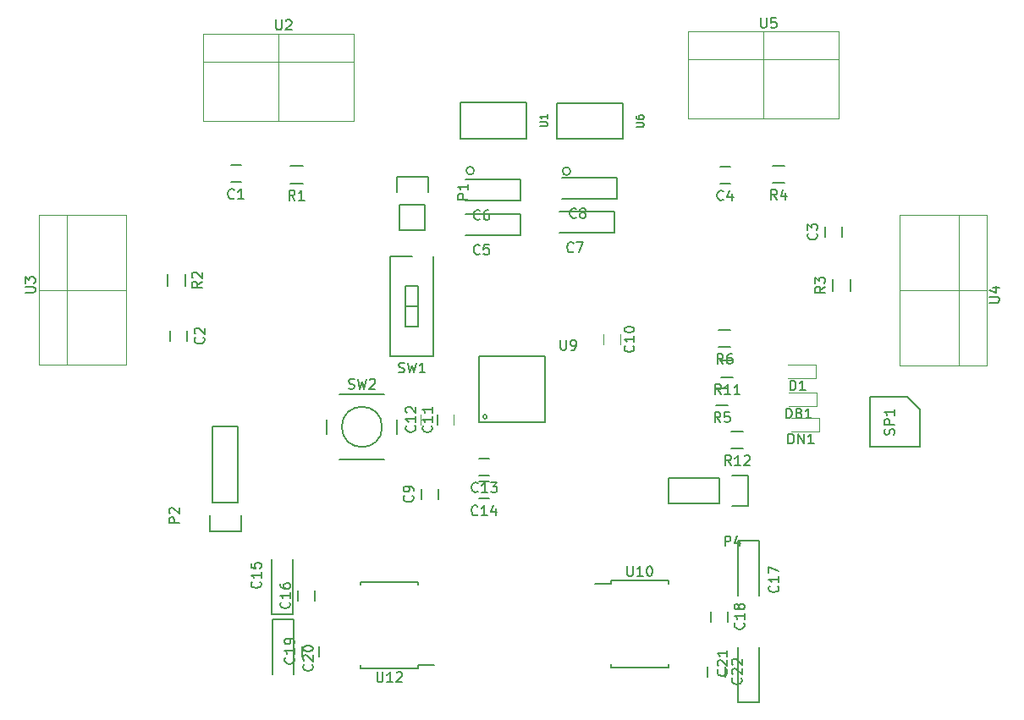
<source format=gbr>
G04 #@! TF.FileFunction,Legend,Top*
%FSLAX46Y46*%
G04 Gerber Fmt 4.6, Leading zero omitted, Abs format (unit mm)*
G04 Created by KiCad (PCBNEW 4.0.4-stable) date 11/02/17 14:02:35*
%MOMM*%
%LPD*%
G01*
G04 APERTURE LIST*
%ADD10C,0.100000*%
%ADD11C,0.150000*%
%ADD12C,0.203200*%
%ADD13C,0.120000*%
%ADD14C,0.152400*%
G04 APERTURE END LIST*
D10*
D11*
X183174000Y-112308000D02*
X186924000Y-112308000D01*
X188174000Y-113558000D02*
X188174000Y-117308000D01*
X188174000Y-113558000D02*
X186924000Y-112308000D01*
X183174000Y-117308000D02*
X188174000Y-117308000D01*
X183174000Y-112308000D02*
X183174000Y-117308000D01*
X112917000Y-101184000D02*
X112917000Y-99984000D01*
X114667000Y-99984000D02*
X114667000Y-101184000D01*
D10*
X194844000Y-101577000D02*
X186144000Y-101577000D01*
X192050000Y-94077000D02*
X192050000Y-109126500D01*
X194844000Y-94077000D02*
X186144500Y-94077000D01*
X186144500Y-109126500D02*
X194844000Y-109126500D01*
X194844000Y-94077000D02*
X194844000Y-109077000D01*
X186144000Y-94077000D02*
X186144000Y-109077000D01*
D11*
X157265000Y-130685000D02*
X157265000Y-130985000D01*
X163015000Y-130685000D02*
X163015000Y-130985000D01*
X163015000Y-139335000D02*
X163015000Y-139035000D01*
X157265000Y-139335000D02*
X157265000Y-139035000D01*
X157265000Y-130685000D02*
X163015000Y-130685000D01*
X157265000Y-139335000D02*
X163015000Y-139335000D01*
X157265000Y-130985000D02*
X155665000Y-130985000D01*
X137985000Y-139445000D02*
X137985000Y-139145000D01*
X132235000Y-139445000D02*
X132235000Y-139145000D01*
X132235000Y-130795000D02*
X132235000Y-131095000D01*
X137985000Y-130795000D02*
X137985000Y-131095000D01*
X137985000Y-139445000D02*
X132235000Y-139445000D01*
X137985000Y-130795000D02*
X132235000Y-130795000D01*
X137985000Y-139145000D02*
X139585000Y-139145000D01*
X134375564Y-115290000D02*
G75*
G03X134375564Y-115290000I-2015564J0D01*
G01*
X130110000Y-118540000D02*
X134610000Y-118540000D01*
X128860000Y-114540000D02*
X128860000Y-116040000D01*
X134610000Y-112040000D02*
X130110000Y-112040000D01*
X135860000Y-116040000D02*
X135860000Y-114540000D01*
X135860000Y-90230000D02*
X135860000Y-91780000D01*
X136140000Y-95590000D02*
X136140000Y-93050000D01*
X136140000Y-93050000D02*
X138680000Y-93050000D01*
X138960000Y-91780000D02*
X138960000Y-90230000D01*
X138960000Y-90230000D02*
X135860000Y-90230000D01*
X138680000Y-93050000D02*
X138680000Y-95590000D01*
X138680000Y-95590000D02*
X136140000Y-95590000D01*
X117440000Y-122900000D02*
X117440000Y-115280000D01*
X119980000Y-122900000D02*
X119980000Y-115280000D01*
X120260000Y-125720000D02*
X120260000Y-124170000D01*
X117440000Y-115280000D02*
X119980000Y-115280000D01*
X119980000Y-122900000D02*
X117440000Y-122900000D01*
X117160000Y-124170000D02*
X117160000Y-125720000D01*
X117160000Y-125720000D02*
X120260000Y-125720000D01*
X169418000Y-123216000D02*
X170968000Y-123216000D01*
X170968000Y-123216000D02*
X170968000Y-120116000D01*
X170968000Y-120116000D02*
X169418000Y-120116000D01*
X168148000Y-122936000D02*
X163068000Y-122936000D01*
X163068000Y-122936000D02*
X163068000Y-120396000D01*
X163068000Y-120396000D02*
X168148000Y-120396000D01*
X168148000Y-120396000D02*
X168148000Y-122936000D01*
X139510000Y-108240000D02*
X135210000Y-108240000D01*
X137360000Y-98200000D02*
X135210000Y-98200000D01*
X139510000Y-108240000D02*
X139510000Y-98200000D01*
X135210000Y-108240000D02*
X135210000Y-98200000D01*
X138000000Y-103220000D02*
X136720000Y-103220000D01*
X138000000Y-105250000D02*
X138000000Y-101190000D01*
X138000000Y-101190000D02*
X136720000Y-101190000D01*
X136720000Y-101190000D02*
X136720000Y-105250000D01*
X136720000Y-105250000D02*
X138000000Y-105250000D01*
D12*
X143584568Y-89641830D02*
G75*
G03X143584568Y-89641830I-400000J0D01*
G01*
X142184568Y-86441830D02*
X142184568Y-82841830D01*
X142184568Y-82841830D02*
X148784568Y-82841830D01*
X148784568Y-82841830D02*
X148784568Y-86441830D01*
X148784568Y-86441830D02*
X142184568Y-86441830D01*
D10*
X124007000Y-75936000D02*
X124007000Y-84636000D01*
X116507000Y-78730000D02*
X131556500Y-78730000D01*
X116507000Y-75936000D02*
X116507000Y-84635500D01*
X131556500Y-84635500D02*
X131556500Y-75936000D01*
X116507000Y-75936000D02*
X131507000Y-75936000D01*
X116507000Y-84636000D02*
X131507000Y-84636000D01*
X100046000Y-101603000D02*
X108746000Y-101603000D01*
X102840000Y-109103000D02*
X102840000Y-94053500D01*
X100046000Y-109103000D02*
X108745500Y-109103000D01*
X108745500Y-94053500D02*
X100046000Y-94053500D01*
X100046000Y-109103000D02*
X100046000Y-94103000D01*
X108746000Y-109103000D02*
X108746000Y-94103000D01*
X172523500Y-75736000D02*
X172523500Y-84436000D01*
X165023500Y-78530000D02*
X180073000Y-78530000D01*
X165023500Y-75736000D02*
X165023500Y-84435500D01*
X180073000Y-84435500D02*
X180073000Y-75736000D01*
X165023500Y-75736000D02*
X180023500Y-75736000D01*
X165023500Y-84436000D02*
X180023500Y-84436000D01*
D12*
X153224568Y-89691830D02*
G75*
G03X153224568Y-89691830I-400000J0D01*
G01*
X151824568Y-86491830D02*
X151824568Y-82891830D01*
X151824568Y-82891830D02*
X158424568Y-82891830D01*
X158424568Y-82891830D02*
X158424568Y-86491830D01*
X158424568Y-86491830D02*
X151824568Y-86491830D01*
D11*
X144859249Y-114280000D02*
G75*
G03X144859249Y-114280000I-199249J0D01*
G01*
X150690000Y-108230000D02*
X144090000Y-108230000D01*
X144090000Y-108230000D02*
X144090000Y-114830000D01*
X144090000Y-114830000D02*
X150690000Y-114830000D01*
X150690000Y-114830000D02*
X150690000Y-108230000D01*
X119240000Y-90780000D02*
X120240000Y-90780000D01*
X120240000Y-89080000D02*
X119240000Y-89080000D01*
X114896000Y-106672000D02*
X114896000Y-105672000D01*
X113196000Y-105672000D02*
X113196000Y-106672000D01*
X178728000Y-95258000D02*
X178728000Y-96258000D01*
X180428000Y-96258000D02*
X180428000Y-95258000D01*
X168180000Y-90930000D02*
X169180000Y-90930000D01*
X169180000Y-89230000D02*
X168180000Y-89230000D01*
X138310000Y-121510000D02*
X138310000Y-122510000D01*
X140010000Y-122510000D02*
X140010000Y-121510000D01*
X144100000Y-120140000D02*
X145100000Y-120140000D01*
X145100000Y-118440000D02*
X144100000Y-118440000D01*
X144070000Y-122450000D02*
X145070000Y-122450000D01*
X145070000Y-120750000D02*
X144070000Y-120750000D01*
X125970000Y-131670000D02*
X125970000Y-132670000D01*
X127670000Y-132670000D02*
X127670000Y-131670000D01*
X168930000Y-134760000D02*
X168930000Y-133760000D01*
X167230000Y-133760000D02*
X167230000Y-134760000D01*
X126400000Y-137230000D02*
X126400000Y-138230000D01*
X128100000Y-138230000D02*
X128100000Y-137230000D01*
X168670000Y-140280000D02*
X168670000Y-139280000D01*
X166970000Y-139280000D02*
X166970000Y-140280000D01*
X125220000Y-89175000D02*
X126420000Y-89175000D01*
X126420000Y-90925000D02*
X125220000Y-90925000D01*
X181215000Y-100492000D02*
X181215000Y-101692000D01*
X179465000Y-101692000D02*
X179465000Y-100492000D01*
X173450000Y-89125000D02*
X174650000Y-89125000D01*
X174650000Y-90875000D02*
X173450000Y-90875000D01*
X167802000Y-111393000D02*
X169002000Y-111393000D01*
X169002000Y-113143000D02*
X167802000Y-113143000D01*
X168056000Y-105551000D02*
X169256000Y-105551000D01*
X169256000Y-107301000D02*
X168056000Y-107301000D01*
X168310000Y-108599000D02*
X169510000Y-108599000D01*
X169510000Y-110349000D02*
X168310000Y-110349000D01*
X169326000Y-115711000D02*
X170526000Y-115711000D01*
X170526000Y-117461000D02*
X169326000Y-117461000D01*
X148208548Y-96081830D02*
X142708548Y-96081830D01*
X148208548Y-93981830D02*
X142708548Y-93981830D01*
X148208548Y-96081830D02*
X148208548Y-93981830D01*
X148234568Y-92621830D02*
X142734568Y-92621830D01*
X148234568Y-90521830D02*
X142734568Y-90521830D01*
X148234568Y-92621830D02*
X148234568Y-90521830D01*
X157580000Y-95870000D02*
X152080000Y-95870000D01*
X157580000Y-93770000D02*
X152080000Y-93770000D01*
X157580000Y-95870000D02*
X157580000Y-93770000D01*
X157854568Y-92441830D02*
X152354568Y-92441830D01*
X157854568Y-90341830D02*
X152354568Y-90341830D01*
X157854568Y-92441830D02*
X157854568Y-90341830D01*
X123320000Y-134050000D02*
X123320000Y-128550000D01*
X125420000Y-134050000D02*
X125420000Y-128550000D01*
X123320000Y-134050000D02*
X125420000Y-134050000D01*
X172110000Y-126670000D02*
X172110000Y-132170000D01*
X170010000Y-126670000D02*
X170010000Y-132170000D01*
X172110000Y-126670000D02*
X170010000Y-126670000D01*
X125510000Y-134530000D02*
X125510000Y-140030000D01*
X123410000Y-134530000D02*
X123410000Y-140030000D01*
X125510000Y-134530000D02*
X123410000Y-134530000D01*
X169960000Y-142830000D02*
X169960000Y-137330000D01*
X172060000Y-142830000D02*
X172060000Y-137330000D01*
X169960000Y-142830000D02*
X172060000Y-142830000D01*
D13*
X158240000Y-107030000D02*
X158240000Y-106030000D01*
X156540000Y-106030000D02*
X156540000Y-107030000D01*
X139850000Y-114050000D02*
X139850000Y-115050000D01*
X141550000Y-115050000D02*
X141550000Y-114050000D01*
X138190000Y-114040000D02*
X138190000Y-115040000D01*
X139890000Y-115040000D02*
X139890000Y-114040000D01*
X177738000Y-110428000D02*
X177738000Y-109028000D01*
X177738000Y-109028000D02*
X174938000Y-109028000D01*
X177738000Y-110428000D02*
X174938000Y-110428000D01*
X177822000Y-113222000D02*
X177822000Y-111822000D01*
X177822000Y-111822000D02*
X175022000Y-111822000D01*
X177822000Y-113222000D02*
X175022000Y-113222000D01*
X178076000Y-115762000D02*
X178076000Y-114362000D01*
X178076000Y-114362000D02*
X175276000Y-114362000D01*
X178076000Y-115762000D02*
X175276000Y-115762000D01*
D11*
X185578762Y-116069905D02*
X185626381Y-115927048D01*
X185626381Y-115688952D01*
X185578762Y-115593714D01*
X185531143Y-115546095D01*
X185435905Y-115498476D01*
X185340667Y-115498476D01*
X185245429Y-115546095D01*
X185197810Y-115593714D01*
X185150190Y-115688952D01*
X185102571Y-115879429D01*
X185054952Y-115974667D01*
X185007333Y-116022286D01*
X184912095Y-116069905D01*
X184816857Y-116069905D01*
X184721619Y-116022286D01*
X184674000Y-115974667D01*
X184626381Y-115879429D01*
X184626381Y-115641333D01*
X184674000Y-115498476D01*
X185626381Y-115069905D02*
X184626381Y-115069905D01*
X184626381Y-114688952D01*
X184674000Y-114593714D01*
X184721619Y-114546095D01*
X184816857Y-114498476D01*
X184959714Y-114498476D01*
X185054952Y-114546095D01*
X185102571Y-114593714D01*
X185150190Y-114688952D01*
X185150190Y-115069905D01*
X185626381Y-113546095D02*
X185626381Y-114117524D01*
X185626381Y-113831810D02*
X184626381Y-113831810D01*
X184769238Y-113927048D01*
X184864476Y-114022286D01*
X184912095Y-114117524D01*
X116344381Y-100750666D02*
X115868190Y-101084000D01*
X116344381Y-101322095D02*
X115344381Y-101322095D01*
X115344381Y-100941142D01*
X115392000Y-100845904D01*
X115439619Y-100798285D01*
X115534857Y-100750666D01*
X115677714Y-100750666D01*
X115772952Y-100798285D01*
X115820571Y-100845904D01*
X115868190Y-100941142D01*
X115868190Y-101322095D01*
X115439619Y-100369714D02*
X115392000Y-100322095D01*
X115344381Y-100226857D01*
X115344381Y-99988761D01*
X115392000Y-99893523D01*
X115439619Y-99845904D01*
X115534857Y-99798285D01*
X115630095Y-99798285D01*
X115772952Y-99845904D01*
X116344381Y-100417333D01*
X116344381Y-99798285D01*
X195129881Y-102839905D02*
X195939405Y-102839905D01*
X196034643Y-102792286D01*
X196082262Y-102744667D01*
X196129881Y-102649429D01*
X196129881Y-102458952D01*
X196082262Y-102363714D01*
X196034643Y-102316095D01*
X195939405Y-102268476D01*
X195129881Y-102268476D01*
X195463214Y-101363714D02*
X196129881Y-101363714D01*
X195082262Y-101601810D02*
X195796548Y-101839905D01*
X195796548Y-101220857D01*
X158901905Y-129212381D02*
X158901905Y-130021905D01*
X158949524Y-130117143D01*
X158997143Y-130164762D01*
X159092381Y-130212381D01*
X159282858Y-130212381D01*
X159378096Y-130164762D01*
X159425715Y-130117143D01*
X159473334Y-130021905D01*
X159473334Y-129212381D01*
X160473334Y-130212381D02*
X159901905Y-130212381D01*
X160187619Y-130212381D02*
X160187619Y-129212381D01*
X160092381Y-129355238D01*
X159997143Y-129450476D01*
X159901905Y-129498095D01*
X161092381Y-129212381D02*
X161187620Y-129212381D01*
X161282858Y-129260000D01*
X161330477Y-129307619D01*
X161378096Y-129402857D01*
X161425715Y-129593333D01*
X161425715Y-129831429D01*
X161378096Y-130021905D01*
X161330477Y-130117143D01*
X161282858Y-130164762D01*
X161187620Y-130212381D01*
X161092381Y-130212381D01*
X160997143Y-130164762D01*
X160949524Y-130117143D01*
X160901905Y-130021905D01*
X160854286Y-129831429D01*
X160854286Y-129593333D01*
X160901905Y-129402857D01*
X160949524Y-129307619D01*
X160997143Y-129260000D01*
X161092381Y-129212381D01*
X133871905Y-139822381D02*
X133871905Y-140631905D01*
X133919524Y-140727143D01*
X133967143Y-140774762D01*
X134062381Y-140822381D01*
X134252858Y-140822381D01*
X134348096Y-140774762D01*
X134395715Y-140727143D01*
X134443334Y-140631905D01*
X134443334Y-139822381D01*
X135443334Y-140822381D02*
X134871905Y-140822381D01*
X135157619Y-140822381D02*
X135157619Y-139822381D01*
X135062381Y-139965238D01*
X134967143Y-140060476D01*
X134871905Y-140108095D01*
X135824286Y-139917619D02*
X135871905Y-139870000D01*
X135967143Y-139822381D01*
X136205239Y-139822381D01*
X136300477Y-139870000D01*
X136348096Y-139917619D01*
X136395715Y-140012857D01*
X136395715Y-140108095D01*
X136348096Y-140250952D01*
X135776667Y-140822381D01*
X136395715Y-140822381D01*
X131026667Y-111444762D02*
X131169524Y-111492381D01*
X131407620Y-111492381D01*
X131502858Y-111444762D01*
X131550477Y-111397143D01*
X131598096Y-111301905D01*
X131598096Y-111206667D01*
X131550477Y-111111429D01*
X131502858Y-111063810D01*
X131407620Y-111016190D01*
X131217143Y-110968571D01*
X131121905Y-110920952D01*
X131074286Y-110873333D01*
X131026667Y-110778095D01*
X131026667Y-110682857D01*
X131074286Y-110587619D01*
X131121905Y-110540000D01*
X131217143Y-110492381D01*
X131455239Y-110492381D01*
X131598096Y-110540000D01*
X131931429Y-110492381D02*
X132169524Y-111492381D01*
X132360001Y-110778095D01*
X132550477Y-111492381D01*
X132788572Y-110492381D01*
X133121905Y-110587619D02*
X133169524Y-110540000D01*
X133264762Y-110492381D01*
X133502858Y-110492381D01*
X133598096Y-110540000D01*
X133645715Y-110587619D01*
X133693334Y-110682857D01*
X133693334Y-110778095D01*
X133645715Y-110920952D01*
X133074286Y-111492381D01*
X133693334Y-111492381D01*
X142962381Y-92518095D02*
X141962381Y-92518095D01*
X141962381Y-92137142D01*
X142010000Y-92041904D01*
X142057619Y-91994285D01*
X142152857Y-91946666D01*
X142295714Y-91946666D01*
X142390952Y-91994285D01*
X142438571Y-92041904D01*
X142486190Y-92137142D01*
X142486190Y-92518095D01*
X142962381Y-90994285D02*
X142962381Y-91565714D01*
X142962381Y-91280000D02*
X141962381Y-91280000D01*
X142105238Y-91375238D01*
X142200476Y-91470476D01*
X142248095Y-91565714D01*
X114062381Y-124908095D02*
X113062381Y-124908095D01*
X113062381Y-124527142D01*
X113110000Y-124431904D01*
X113157619Y-124384285D01*
X113252857Y-124336666D01*
X113395714Y-124336666D01*
X113490952Y-124384285D01*
X113538571Y-124431904D01*
X113586190Y-124527142D01*
X113586190Y-124908095D01*
X113157619Y-123955714D02*
X113110000Y-123908095D01*
X113062381Y-123812857D01*
X113062381Y-123574761D01*
X113110000Y-123479523D01*
X113157619Y-123431904D01*
X113252857Y-123384285D01*
X113348095Y-123384285D01*
X113490952Y-123431904D01*
X114062381Y-124003333D01*
X114062381Y-123384285D01*
X168679905Y-127218381D02*
X168679905Y-126218381D01*
X169060858Y-126218381D01*
X169156096Y-126266000D01*
X169203715Y-126313619D01*
X169251334Y-126408857D01*
X169251334Y-126551714D01*
X169203715Y-126646952D01*
X169156096Y-126694571D01*
X169060858Y-126742190D01*
X168679905Y-126742190D01*
X170108477Y-126551714D02*
X170108477Y-127218381D01*
X169870381Y-126170762D02*
X169632286Y-126885048D01*
X170251334Y-126885048D01*
X136026667Y-109814762D02*
X136169524Y-109862381D01*
X136407620Y-109862381D01*
X136502858Y-109814762D01*
X136550477Y-109767143D01*
X136598096Y-109671905D01*
X136598096Y-109576667D01*
X136550477Y-109481429D01*
X136502858Y-109433810D01*
X136407620Y-109386190D01*
X136217143Y-109338571D01*
X136121905Y-109290952D01*
X136074286Y-109243333D01*
X136026667Y-109148095D01*
X136026667Y-109052857D01*
X136074286Y-108957619D01*
X136121905Y-108910000D01*
X136217143Y-108862381D01*
X136455239Y-108862381D01*
X136598096Y-108910000D01*
X136931429Y-108862381D02*
X137169524Y-109862381D01*
X137360001Y-109148095D01*
X137550477Y-109862381D01*
X137788572Y-108862381D01*
X138693334Y-109862381D02*
X138121905Y-109862381D01*
X138407619Y-109862381D02*
X138407619Y-108862381D01*
X138312381Y-109005238D01*
X138217143Y-109100476D01*
X138121905Y-109148095D01*
D14*
X150147282Y-85222401D02*
X150764139Y-85222401D01*
X150836711Y-85186116D01*
X150872997Y-85149830D01*
X150909282Y-85077259D01*
X150909282Y-84932116D01*
X150872997Y-84859544D01*
X150836711Y-84823259D01*
X150764139Y-84786973D01*
X150147282Y-84786973D01*
X150909282Y-84024973D02*
X150909282Y-84460401D01*
X150909282Y-84242687D02*
X150147282Y-84242687D01*
X150256139Y-84315258D01*
X150328711Y-84387830D01*
X150364997Y-84460401D01*
D11*
X123746095Y-74554881D02*
X123746095Y-75364405D01*
X123793714Y-75459643D01*
X123841333Y-75507262D01*
X123936571Y-75554881D01*
X124127048Y-75554881D01*
X124222286Y-75507262D01*
X124269905Y-75459643D01*
X124317524Y-75364405D01*
X124317524Y-74554881D01*
X124746095Y-74650119D02*
X124793714Y-74602500D01*
X124888952Y-74554881D01*
X125127048Y-74554881D01*
X125222286Y-74602500D01*
X125269905Y-74650119D01*
X125317524Y-74745357D01*
X125317524Y-74840595D01*
X125269905Y-74983452D01*
X124698476Y-75554881D01*
X125317524Y-75554881D01*
X98664881Y-101863905D02*
X99474405Y-101863905D01*
X99569643Y-101816286D01*
X99617262Y-101768667D01*
X99664881Y-101673429D01*
X99664881Y-101482952D01*
X99617262Y-101387714D01*
X99569643Y-101340095D01*
X99474405Y-101292476D01*
X98664881Y-101292476D01*
X98664881Y-100911524D02*
X98664881Y-100292476D01*
X99045833Y-100625810D01*
X99045833Y-100482952D01*
X99093452Y-100387714D01*
X99141071Y-100340095D01*
X99236310Y-100292476D01*
X99474405Y-100292476D01*
X99569643Y-100340095D01*
X99617262Y-100387714D01*
X99664881Y-100482952D01*
X99664881Y-100768667D01*
X99617262Y-100863905D01*
X99569643Y-100911524D01*
X172262595Y-74354881D02*
X172262595Y-75164405D01*
X172310214Y-75259643D01*
X172357833Y-75307262D01*
X172453071Y-75354881D01*
X172643548Y-75354881D01*
X172738786Y-75307262D01*
X172786405Y-75259643D01*
X172834024Y-75164405D01*
X172834024Y-74354881D01*
X173786405Y-74354881D02*
X173310214Y-74354881D01*
X173262595Y-74831071D01*
X173310214Y-74783452D01*
X173405452Y-74735833D01*
X173643548Y-74735833D01*
X173738786Y-74783452D01*
X173786405Y-74831071D01*
X173834024Y-74926310D01*
X173834024Y-75164405D01*
X173786405Y-75259643D01*
X173738786Y-75307262D01*
X173643548Y-75354881D01*
X173405452Y-75354881D01*
X173310214Y-75307262D01*
X173262595Y-75259643D01*
D14*
X159787282Y-85272401D02*
X160404139Y-85272401D01*
X160476711Y-85236116D01*
X160512997Y-85199830D01*
X160549282Y-85127259D01*
X160549282Y-84982116D01*
X160512997Y-84909544D01*
X160476711Y-84873259D01*
X160404139Y-84836973D01*
X159787282Y-84836973D01*
X159787282Y-84147544D02*
X159787282Y-84292687D01*
X159823568Y-84365258D01*
X159859854Y-84401544D01*
X159968711Y-84474115D01*
X160113854Y-84510401D01*
X160404139Y-84510401D01*
X160476711Y-84474115D01*
X160512997Y-84437830D01*
X160549282Y-84365258D01*
X160549282Y-84220115D01*
X160512997Y-84147544D01*
X160476711Y-84111258D01*
X160404139Y-84074973D01*
X160222711Y-84074973D01*
X160150139Y-84111258D01*
X160113854Y-84147544D01*
X160077568Y-84220115D01*
X160077568Y-84365258D01*
X160113854Y-84437830D01*
X160150139Y-84474115D01*
X160222711Y-84510401D01*
D11*
X152228095Y-106582381D02*
X152228095Y-107391905D01*
X152275714Y-107487143D01*
X152323333Y-107534762D01*
X152418571Y-107582381D01*
X152609048Y-107582381D01*
X152704286Y-107534762D01*
X152751905Y-107487143D01*
X152799524Y-107391905D01*
X152799524Y-106582381D01*
X153323333Y-107582381D02*
X153513809Y-107582381D01*
X153609048Y-107534762D01*
X153656667Y-107487143D01*
X153751905Y-107344286D01*
X153799524Y-107153810D01*
X153799524Y-106772857D01*
X153751905Y-106677619D01*
X153704286Y-106630000D01*
X153609048Y-106582381D01*
X153418571Y-106582381D01*
X153323333Y-106630000D01*
X153275714Y-106677619D01*
X153228095Y-106772857D01*
X153228095Y-107010952D01*
X153275714Y-107106190D01*
X153323333Y-107153810D01*
X153418571Y-107201429D01*
X153609048Y-107201429D01*
X153704286Y-107153810D01*
X153751905Y-107106190D01*
X153799524Y-107010952D01*
X119573334Y-92387143D02*
X119525715Y-92434762D01*
X119382858Y-92482381D01*
X119287620Y-92482381D01*
X119144762Y-92434762D01*
X119049524Y-92339524D01*
X119001905Y-92244286D01*
X118954286Y-92053810D01*
X118954286Y-91910952D01*
X119001905Y-91720476D01*
X119049524Y-91625238D01*
X119144762Y-91530000D01*
X119287620Y-91482381D01*
X119382858Y-91482381D01*
X119525715Y-91530000D01*
X119573334Y-91577619D01*
X120525715Y-92482381D02*
X119954286Y-92482381D01*
X120240000Y-92482381D02*
X120240000Y-91482381D01*
X120144762Y-91625238D01*
X120049524Y-91720476D01*
X119954286Y-91768095D01*
X116503143Y-106338666D02*
X116550762Y-106386285D01*
X116598381Y-106529142D01*
X116598381Y-106624380D01*
X116550762Y-106767238D01*
X116455524Y-106862476D01*
X116360286Y-106910095D01*
X116169810Y-106957714D01*
X116026952Y-106957714D01*
X115836476Y-106910095D01*
X115741238Y-106862476D01*
X115646000Y-106767238D01*
X115598381Y-106624380D01*
X115598381Y-106529142D01*
X115646000Y-106386285D01*
X115693619Y-106338666D01*
X115693619Y-105957714D02*
X115646000Y-105910095D01*
X115598381Y-105814857D01*
X115598381Y-105576761D01*
X115646000Y-105481523D01*
X115693619Y-105433904D01*
X115788857Y-105386285D01*
X115884095Y-105386285D01*
X116026952Y-105433904D01*
X116598381Y-106005333D01*
X116598381Y-105386285D01*
X177835143Y-95924666D02*
X177882762Y-95972285D01*
X177930381Y-96115142D01*
X177930381Y-96210380D01*
X177882762Y-96353238D01*
X177787524Y-96448476D01*
X177692286Y-96496095D01*
X177501810Y-96543714D01*
X177358952Y-96543714D01*
X177168476Y-96496095D01*
X177073238Y-96448476D01*
X176978000Y-96353238D01*
X176930381Y-96210380D01*
X176930381Y-96115142D01*
X176978000Y-95972285D01*
X177025619Y-95924666D01*
X176930381Y-95591333D02*
X176930381Y-94972285D01*
X177311333Y-95305619D01*
X177311333Y-95162761D01*
X177358952Y-95067523D01*
X177406571Y-95019904D01*
X177501810Y-94972285D01*
X177739905Y-94972285D01*
X177835143Y-95019904D01*
X177882762Y-95067523D01*
X177930381Y-95162761D01*
X177930381Y-95448476D01*
X177882762Y-95543714D01*
X177835143Y-95591333D01*
X168513334Y-92537143D02*
X168465715Y-92584762D01*
X168322858Y-92632381D01*
X168227620Y-92632381D01*
X168084762Y-92584762D01*
X167989524Y-92489524D01*
X167941905Y-92394286D01*
X167894286Y-92203810D01*
X167894286Y-92060952D01*
X167941905Y-91870476D01*
X167989524Y-91775238D01*
X168084762Y-91680000D01*
X168227620Y-91632381D01*
X168322858Y-91632381D01*
X168465715Y-91680000D01*
X168513334Y-91727619D01*
X169370477Y-91965714D02*
X169370477Y-92632381D01*
X169132381Y-91584762D02*
X168894286Y-92299048D01*
X169513334Y-92299048D01*
X137417143Y-122176666D02*
X137464762Y-122224285D01*
X137512381Y-122367142D01*
X137512381Y-122462380D01*
X137464762Y-122605238D01*
X137369524Y-122700476D01*
X137274286Y-122748095D01*
X137083810Y-122795714D01*
X136940952Y-122795714D01*
X136750476Y-122748095D01*
X136655238Y-122700476D01*
X136560000Y-122605238D01*
X136512381Y-122462380D01*
X136512381Y-122367142D01*
X136560000Y-122224285D01*
X136607619Y-122176666D01*
X137512381Y-121700476D02*
X137512381Y-121510000D01*
X137464762Y-121414761D01*
X137417143Y-121367142D01*
X137274286Y-121271904D01*
X137083810Y-121224285D01*
X136702857Y-121224285D01*
X136607619Y-121271904D01*
X136560000Y-121319523D01*
X136512381Y-121414761D01*
X136512381Y-121605238D01*
X136560000Y-121700476D01*
X136607619Y-121748095D01*
X136702857Y-121795714D01*
X136940952Y-121795714D01*
X137036190Y-121748095D01*
X137083810Y-121700476D01*
X137131429Y-121605238D01*
X137131429Y-121414761D01*
X137083810Y-121319523D01*
X137036190Y-121271904D01*
X136940952Y-121224285D01*
X143957143Y-121747143D02*
X143909524Y-121794762D01*
X143766667Y-121842381D01*
X143671429Y-121842381D01*
X143528571Y-121794762D01*
X143433333Y-121699524D01*
X143385714Y-121604286D01*
X143338095Y-121413810D01*
X143338095Y-121270952D01*
X143385714Y-121080476D01*
X143433333Y-120985238D01*
X143528571Y-120890000D01*
X143671429Y-120842381D01*
X143766667Y-120842381D01*
X143909524Y-120890000D01*
X143957143Y-120937619D01*
X144909524Y-121842381D02*
X144338095Y-121842381D01*
X144623809Y-121842381D02*
X144623809Y-120842381D01*
X144528571Y-120985238D01*
X144433333Y-121080476D01*
X144338095Y-121128095D01*
X145242857Y-120842381D02*
X145861905Y-120842381D01*
X145528571Y-121223333D01*
X145671429Y-121223333D01*
X145766667Y-121270952D01*
X145814286Y-121318571D01*
X145861905Y-121413810D01*
X145861905Y-121651905D01*
X145814286Y-121747143D01*
X145766667Y-121794762D01*
X145671429Y-121842381D01*
X145385714Y-121842381D01*
X145290476Y-121794762D01*
X145242857Y-121747143D01*
X143927143Y-124057143D02*
X143879524Y-124104762D01*
X143736667Y-124152381D01*
X143641429Y-124152381D01*
X143498571Y-124104762D01*
X143403333Y-124009524D01*
X143355714Y-123914286D01*
X143308095Y-123723810D01*
X143308095Y-123580952D01*
X143355714Y-123390476D01*
X143403333Y-123295238D01*
X143498571Y-123200000D01*
X143641429Y-123152381D01*
X143736667Y-123152381D01*
X143879524Y-123200000D01*
X143927143Y-123247619D01*
X144879524Y-124152381D02*
X144308095Y-124152381D01*
X144593809Y-124152381D02*
X144593809Y-123152381D01*
X144498571Y-123295238D01*
X144403333Y-123390476D01*
X144308095Y-123438095D01*
X145736667Y-123485714D02*
X145736667Y-124152381D01*
X145498571Y-123104762D02*
X145260476Y-123819048D01*
X145879524Y-123819048D01*
X125077143Y-132812857D02*
X125124762Y-132860476D01*
X125172381Y-133003333D01*
X125172381Y-133098571D01*
X125124762Y-133241429D01*
X125029524Y-133336667D01*
X124934286Y-133384286D01*
X124743810Y-133431905D01*
X124600952Y-133431905D01*
X124410476Y-133384286D01*
X124315238Y-133336667D01*
X124220000Y-133241429D01*
X124172381Y-133098571D01*
X124172381Y-133003333D01*
X124220000Y-132860476D01*
X124267619Y-132812857D01*
X125172381Y-131860476D02*
X125172381Y-132431905D01*
X125172381Y-132146191D02*
X124172381Y-132146191D01*
X124315238Y-132241429D01*
X124410476Y-132336667D01*
X124458095Y-132431905D01*
X124172381Y-131003333D02*
X124172381Y-131193810D01*
X124220000Y-131289048D01*
X124267619Y-131336667D01*
X124410476Y-131431905D01*
X124600952Y-131479524D01*
X124981905Y-131479524D01*
X125077143Y-131431905D01*
X125124762Y-131384286D01*
X125172381Y-131289048D01*
X125172381Y-131098571D01*
X125124762Y-131003333D01*
X125077143Y-130955714D01*
X124981905Y-130908095D01*
X124743810Y-130908095D01*
X124648571Y-130955714D01*
X124600952Y-131003333D01*
X124553333Y-131098571D01*
X124553333Y-131289048D01*
X124600952Y-131384286D01*
X124648571Y-131431905D01*
X124743810Y-131479524D01*
X170537143Y-134902857D02*
X170584762Y-134950476D01*
X170632381Y-135093333D01*
X170632381Y-135188571D01*
X170584762Y-135331429D01*
X170489524Y-135426667D01*
X170394286Y-135474286D01*
X170203810Y-135521905D01*
X170060952Y-135521905D01*
X169870476Y-135474286D01*
X169775238Y-135426667D01*
X169680000Y-135331429D01*
X169632381Y-135188571D01*
X169632381Y-135093333D01*
X169680000Y-134950476D01*
X169727619Y-134902857D01*
X170632381Y-133950476D02*
X170632381Y-134521905D01*
X170632381Y-134236191D02*
X169632381Y-134236191D01*
X169775238Y-134331429D01*
X169870476Y-134426667D01*
X169918095Y-134521905D01*
X170060952Y-133379048D02*
X170013333Y-133474286D01*
X169965714Y-133521905D01*
X169870476Y-133569524D01*
X169822857Y-133569524D01*
X169727619Y-133521905D01*
X169680000Y-133474286D01*
X169632381Y-133379048D01*
X169632381Y-133188571D01*
X169680000Y-133093333D01*
X169727619Y-133045714D01*
X169822857Y-132998095D01*
X169870476Y-132998095D01*
X169965714Y-133045714D01*
X170013333Y-133093333D01*
X170060952Y-133188571D01*
X170060952Y-133379048D01*
X170108571Y-133474286D01*
X170156190Y-133521905D01*
X170251429Y-133569524D01*
X170441905Y-133569524D01*
X170537143Y-133521905D01*
X170584762Y-133474286D01*
X170632381Y-133379048D01*
X170632381Y-133188571D01*
X170584762Y-133093333D01*
X170537143Y-133045714D01*
X170441905Y-132998095D01*
X170251429Y-132998095D01*
X170156190Y-133045714D01*
X170108571Y-133093333D01*
X170060952Y-133188571D01*
X125507143Y-138372857D02*
X125554762Y-138420476D01*
X125602381Y-138563333D01*
X125602381Y-138658571D01*
X125554762Y-138801429D01*
X125459524Y-138896667D01*
X125364286Y-138944286D01*
X125173810Y-138991905D01*
X125030952Y-138991905D01*
X124840476Y-138944286D01*
X124745238Y-138896667D01*
X124650000Y-138801429D01*
X124602381Y-138658571D01*
X124602381Y-138563333D01*
X124650000Y-138420476D01*
X124697619Y-138372857D01*
X125602381Y-137420476D02*
X125602381Y-137991905D01*
X125602381Y-137706191D02*
X124602381Y-137706191D01*
X124745238Y-137801429D01*
X124840476Y-137896667D01*
X124888095Y-137991905D01*
X125602381Y-136944286D02*
X125602381Y-136753810D01*
X125554762Y-136658571D01*
X125507143Y-136610952D01*
X125364286Y-136515714D01*
X125173810Y-136468095D01*
X124792857Y-136468095D01*
X124697619Y-136515714D01*
X124650000Y-136563333D01*
X124602381Y-136658571D01*
X124602381Y-136849048D01*
X124650000Y-136944286D01*
X124697619Y-136991905D01*
X124792857Y-137039524D01*
X125030952Y-137039524D01*
X125126190Y-136991905D01*
X125173810Y-136944286D01*
X125221429Y-136849048D01*
X125221429Y-136658571D01*
X125173810Y-136563333D01*
X125126190Y-136515714D01*
X125030952Y-136468095D01*
X170277143Y-140422857D02*
X170324762Y-140470476D01*
X170372381Y-140613333D01*
X170372381Y-140708571D01*
X170324762Y-140851429D01*
X170229524Y-140946667D01*
X170134286Y-140994286D01*
X169943810Y-141041905D01*
X169800952Y-141041905D01*
X169610476Y-140994286D01*
X169515238Y-140946667D01*
X169420000Y-140851429D01*
X169372381Y-140708571D01*
X169372381Y-140613333D01*
X169420000Y-140470476D01*
X169467619Y-140422857D01*
X169467619Y-140041905D02*
X169420000Y-139994286D01*
X169372381Y-139899048D01*
X169372381Y-139660952D01*
X169420000Y-139565714D01*
X169467619Y-139518095D01*
X169562857Y-139470476D01*
X169658095Y-139470476D01*
X169800952Y-139518095D01*
X170372381Y-140089524D01*
X170372381Y-139470476D01*
X169467619Y-139089524D02*
X169420000Y-139041905D01*
X169372381Y-138946667D01*
X169372381Y-138708571D01*
X169420000Y-138613333D01*
X169467619Y-138565714D01*
X169562857Y-138518095D01*
X169658095Y-138518095D01*
X169800952Y-138565714D01*
X170372381Y-139137143D01*
X170372381Y-138518095D01*
X125653334Y-92602381D02*
X125320000Y-92126190D01*
X125081905Y-92602381D02*
X125081905Y-91602381D01*
X125462858Y-91602381D01*
X125558096Y-91650000D01*
X125605715Y-91697619D01*
X125653334Y-91792857D01*
X125653334Y-91935714D01*
X125605715Y-92030952D01*
X125558096Y-92078571D01*
X125462858Y-92126190D01*
X125081905Y-92126190D01*
X126605715Y-92602381D02*
X126034286Y-92602381D01*
X126320000Y-92602381D02*
X126320000Y-91602381D01*
X126224762Y-91745238D01*
X126129524Y-91840476D01*
X126034286Y-91888095D01*
X178692381Y-101258666D02*
X178216190Y-101592000D01*
X178692381Y-101830095D02*
X177692381Y-101830095D01*
X177692381Y-101449142D01*
X177740000Y-101353904D01*
X177787619Y-101306285D01*
X177882857Y-101258666D01*
X178025714Y-101258666D01*
X178120952Y-101306285D01*
X178168571Y-101353904D01*
X178216190Y-101449142D01*
X178216190Y-101830095D01*
X177692381Y-100925333D02*
X177692381Y-100306285D01*
X178073333Y-100639619D01*
X178073333Y-100496761D01*
X178120952Y-100401523D01*
X178168571Y-100353904D01*
X178263810Y-100306285D01*
X178501905Y-100306285D01*
X178597143Y-100353904D01*
X178644762Y-100401523D01*
X178692381Y-100496761D01*
X178692381Y-100782476D01*
X178644762Y-100877714D01*
X178597143Y-100925333D01*
X173883334Y-92552381D02*
X173550000Y-92076190D01*
X173311905Y-92552381D02*
X173311905Y-91552381D01*
X173692858Y-91552381D01*
X173788096Y-91600000D01*
X173835715Y-91647619D01*
X173883334Y-91742857D01*
X173883334Y-91885714D01*
X173835715Y-91980952D01*
X173788096Y-92028571D01*
X173692858Y-92076190D01*
X173311905Y-92076190D01*
X174740477Y-91885714D02*
X174740477Y-92552381D01*
X174502381Y-91504762D02*
X174264286Y-92219048D01*
X174883334Y-92219048D01*
X168235334Y-114820381D02*
X167902000Y-114344190D01*
X167663905Y-114820381D02*
X167663905Y-113820381D01*
X168044858Y-113820381D01*
X168140096Y-113868000D01*
X168187715Y-113915619D01*
X168235334Y-114010857D01*
X168235334Y-114153714D01*
X168187715Y-114248952D01*
X168140096Y-114296571D01*
X168044858Y-114344190D01*
X167663905Y-114344190D01*
X169140096Y-113820381D02*
X168663905Y-113820381D01*
X168616286Y-114296571D01*
X168663905Y-114248952D01*
X168759143Y-114201333D01*
X168997239Y-114201333D01*
X169092477Y-114248952D01*
X169140096Y-114296571D01*
X169187715Y-114391810D01*
X169187715Y-114629905D01*
X169140096Y-114725143D01*
X169092477Y-114772762D01*
X168997239Y-114820381D01*
X168759143Y-114820381D01*
X168663905Y-114772762D01*
X168616286Y-114725143D01*
X168489334Y-108978381D02*
X168156000Y-108502190D01*
X167917905Y-108978381D02*
X167917905Y-107978381D01*
X168298858Y-107978381D01*
X168394096Y-108026000D01*
X168441715Y-108073619D01*
X168489334Y-108168857D01*
X168489334Y-108311714D01*
X168441715Y-108406952D01*
X168394096Y-108454571D01*
X168298858Y-108502190D01*
X167917905Y-108502190D01*
X169346477Y-107978381D02*
X169156000Y-107978381D01*
X169060762Y-108026000D01*
X169013143Y-108073619D01*
X168917905Y-108216476D01*
X168870286Y-108406952D01*
X168870286Y-108787905D01*
X168917905Y-108883143D01*
X168965524Y-108930762D01*
X169060762Y-108978381D01*
X169251239Y-108978381D01*
X169346477Y-108930762D01*
X169394096Y-108883143D01*
X169441715Y-108787905D01*
X169441715Y-108549810D01*
X169394096Y-108454571D01*
X169346477Y-108406952D01*
X169251239Y-108359333D01*
X169060762Y-108359333D01*
X168965524Y-108406952D01*
X168917905Y-108454571D01*
X168870286Y-108549810D01*
X168267143Y-112026381D02*
X167933809Y-111550190D01*
X167695714Y-112026381D02*
X167695714Y-111026381D01*
X168076667Y-111026381D01*
X168171905Y-111074000D01*
X168219524Y-111121619D01*
X168267143Y-111216857D01*
X168267143Y-111359714D01*
X168219524Y-111454952D01*
X168171905Y-111502571D01*
X168076667Y-111550190D01*
X167695714Y-111550190D01*
X169219524Y-112026381D02*
X168648095Y-112026381D01*
X168933809Y-112026381D02*
X168933809Y-111026381D01*
X168838571Y-111169238D01*
X168743333Y-111264476D01*
X168648095Y-111312095D01*
X170171905Y-112026381D02*
X169600476Y-112026381D01*
X169886190Y-112026381D02*
X169886190Y-111026381D01*
X169790952Y-111169238D01*
X169695714Y-111264476D01*
X169600476Y-111312095D01*
X169283143Y-119138381D02*
X168949809Y-118662190D01*
X168711714Y-119138381D02*
X168711714Y-118138381D01*
X169092667Y-118138381D01*
X169187905Y-118186000D01*
X169235524Y-118233619D01*
X169283143Y-118328857D01*
X169283143Y-118471714D01*
X169235524Y-118566952D01*
X169187905Y-118614571D01*
X169092667Y-118662190D01*
X168711714Y-118662190D01*
X170235524Y-119138381D02*
X169664095Y-119138381D01*
X169949809Y-119138381D02*
X169949809Y-118138381D01*
X169854571Y-118281238D01*
X169759333Y-118376476D01*
X169664095Y-118424095D01*
X170616476Y-118233619D02*
X170664095Y-118186000D01*
X170759333Y-118138381D01*
X170997429Y-118138381D01*
X171092667Y-118186000D01*
X171140286Y-118233619D01*
X171187905Y-118328857D01*
X171187905Y-118424095D01*
X171140286Y-118566952D01*
X170568857Y-119138381D01*
X171187905Y-119138381D01*
X144141882Y-97938973D02*
X144094263Y-97986592D01*
X143951406Y-98034211D01*
X143856168Y-98034211D01*
X143713310Y-97986592D01*
X143618072Y-97891354D01*
X143570453Y-97796116D01*
X143522834Y-97605640D01*
X143522834Y-97462782D01*
X143570453Y-97272306D01*
X143618072Y-97177068D01*
X143713310Y-97081830D01*
X143856168Y-97034211D01*
X143951406Y-97034211D01*
X144094263Y-97081830D01*
X144141882Y-97129449D01*
X145046644Y-97034211D02*
X144570453Y-97034211D01*
X144522834Y-97510401D01*
X144570453Y-97462782D01*
X144665691Y-97415163D01*
X144903787Y-97415163D01*
X144999025Y-97462782D01*
X145046644Y-97510401D01*
X145094263Y-97605640D01*
X145094263Y-97843735D01*
X145046644Y-97938973D01*
X144999025Y-97986592D01*
X144903787Y-98034211D01*
X144665691Y-98034211D01*
X144570453Y-97986592D01*
X144522834Y-97938973D01*
X144167902Y-94478973D02*
X144120283Y-94526592D01*
X143977426Y-94574211D01*
X143882188Y-94574211D01*
X143739330Y-94526592D01*
X143644092Y-94431354D01*
X143596473Y-94336116D01*
X143548854Y-94145640D01*
X143548854Y-94002782D01*
X143596473Y-93812306D01*
X143644092Y-93717068D01*
X143739330Y-93621830D01*
X143882188Y-93574211D01*
X143977426Y-93574211D01*
X144120283Y-93621830D01*
X144167902Y-93669449D01*
X145025045Y-93574211D02*
X144834568Y-93574211D01*
X144739330Y-93621830D01*
X144691711Y-93669449D01*
X144596473Y-93812306D01*
X144548854Y-94002782D01*
X144548854Y-94383735D01*
X144596473Y-94478973D01*
X144644092Y-94526592D01*
X144739330Y-94574211D01*
X144929807Y-94574211D01*
X145025045Y-94526592D01*
X145072664Y-94478973D01*
X145120283Y-94383735D01*
X145120283Y-94145640D01*
X145072664Y-94050401D01*
X145025045Y-94002782D01*
X144929807Y-93955163D01*
X144739330Y-93955163D01*
X144644092Y-94002782D01*
X144596473Y-94050401D01*
X144548854Y-94145640D01*
X153513334Y-97727143D02*
X153465715Y-97774762D01*
X153322858Y-97822381D01*
X153227620Y-97822381D01*
X153084762Y-97774762D01*
X152989524Y-97679524D01*
X152941905Y-97584286D01*
X152894286Y-97393810D01*
X152894286Y-97250952D01*
X152941905Y-97060476D01*
X152989524Y-96965238D01*
X153084762Y-96870000D01*
X153227620Y-96822381D01*
X153322858Y-96822381D01*
X153465715Y-96870000D01*
X153513334Y-96917619D01*
X153846667Y-96822381D02*
X154513334Y-96822381D01*
X154084762Y-97822381D01*
X153787902Y-94298973D02*
X153740283Y-94346592D01*
X153597426Y-94394211D01*
X153502188Y-94394211D01*
X153359330Y-94346592D01*
X153264092Y-94251354D01*
X153216473Y-94156116D01*
X153168854Y-93965640D01*
X153168854Y-93822782D01*
X153216473Y-93632306D01*
X153264092Y-93537068D01*
X153359330Y-93441830D01*
X153502188Y-93394211D01*
X153597426Y-93394211D01*
X153740283Y-93441830D01*
X153787902Y-93489449D01*
X154359330Y-93822782D02*
X154264092Y-93775163D01*
X154216473Y-93727544D01*
X154168854Y-93632306D01*
X154168854Y-93584687D01*
X154216473Y-93489449D01*
X154264092Y-93441830D01*
X154359330Y-93394211D01*
X154549807Y-93394211D01*
X154645045Y-93441830D01*
X154692664Y-93489449D01*
X154740283Y-93584687D01*
X154740283Y-93632306D01*
X154692664Y-93727544D01*
X154645045Y-93775163D01*
X154549807Y-93822782D01*
X154359330Y-93822782D01*
X154264092Y-93870401D01*
X154216473Y-93918020D01*
X154168854Y-94013259D01*
X154168854Y-94203735D01*
X154216473Y-94298973D01*
X154264092Y-94346592D01*
X154359330Y-94394211D01*
X154549807Y-94394211D01*
X154645045Y-94346592D01*
X154692664Y-94298973D01*
X154740283Y-94203735D01*
X154740283Y-94013259D01*
X154692664Y-93918020D01*
X154645045Y-93870401D01*
X154549807Y-93822782D01*
X122177143Y-130792857D02*
X122224762Y-130840476D01*
X122272381Y-130983333D01*
X122272381Y-131078571D01*
X122224762Y-131221429D01*
X122129524Y-131316667D01*
X122034286Y-131364286D01*
X121843810Y-131411905D01*
X121700952Y-131411905D01*
X121510476Y-131364286D01*
X121415238Y-131316667D01*
X121320000Y-131221429D01*
X121272381Y-131078571D01*
X121272381Y-130983333D01*
X121320000Y-130840476D01*
X121367619Y-130792857D01*
X122272381Y-129840476D02*
X122272381Y-130411905D01*
X122272381Y-130126191D02*
X121272381Y-130126191D01*
X121415238Y-130221429D01*
X121510476Y-130316667D01*
X121558095Y-130411905D01*
X121272381Y-128935714D02*
X121272381Y-129411905D01*
X121748571Y-129459524D01*
X121700952Y-129411905D01*
X121653333Y-129316667D01*
X121653333Y-129078571D01*
X121700952Y-128983333D01*
X121748571Y-128935714D01*
X121843810Y-128888095D01*
X122081905Y-128888095D01*
X122177143Y-128935714D01*
X122224762Y-128983333D01*
X122272381Y-129078571D01*
X122272381Y-129316667D01*
X122224762Y-129411905D01*
X122177143Y-129459524D01*
X173967143Y-131212857D02*
X174014762Y-131260476D01*
X174062381Y-131403333D01*
X174062381Y-131498571D01*
X174014762Y-131641429D01*
X173919524Y-131736667D01*
X173824286Y-131784286D01*
X173633810Y-131831905D01*
X173490952Y-131831905D01*
X173300476Y-131784286D01*
X173205238Y-131736667D01*
X173110000Y-131641429D01*
X173062381Y-131498571D01*
X173062381Y-131403333D01*
X173110000Y-131260476D01*
X173157619Y-131212857D01*
X174062381Y-130260476D02*
X174062381Y-130831905D01*
X174062381Y-130546191D02*
X173062381Y-130546191D01*
X173205238Y-130641429D01*
X173300476Y-130736667D01*
X173348095Y-130831905D01*
X173062381Y-129927143D02*
X173062381Y-129260476D01*
X174062381Y-129689048D01*
X127367143Y-139072857D02*
X127414762Y-139120476D01*
X127462381Y-139263333D01*
X127462381Y-139358571D01*
X127414762Y-139501429D01*
X127319524Y-139596667D01*
X127224286Y-139644286D01*
X127033810Y-139691905D01*
X126890952Y-139691905D01*
X126700476Y-139644286D01*
X126605238Y-139596667D01*
X126510000Y-139501429D01*
X126462381Y-139358571D01*
X126462381Y-139263333D01*
X126510000Y-139120476D01*
X126557619Y-139072857D01*
X126557619Y-138691905D02*
X126510000Y-138644286D01*
X126462381Y-138549048D01*
X126462381Y-138310952D01*
X126510000Y-138215714D01*
X126557619Y-138168095D01*
X126652857Y-138120476D01*
X126748095Y-138120476D01*
X126890952Y-138168095D01*
X127462381Y-138739524D01*
X127462381Y-138120476D01*
X126462381Y-137501429D02*
X126462381Y-137406190D01*
X126510000Y-137310952D01*
X126557619Y-137263333D01*
X126652857Y-137215714D01*
X126843333Y-137168095D01*
X127081429Y-137168095D01*
X127271905Y-137215714D01*
X127367143Y-137263333D01*
X127414762Y-137310952D01*
X127462381Y-137406190D01*
X127462381Y-137501429D01*
X127414762Y-137596667D01*
X127367143Y-137644286D01*
X127271905Y-137691905D01*
X127081429Y-137739524D01*
X126843333Y-137739524D01*
X126652857Y-137691905D01*
X126557619Y-137644286D01*
X126510000Y-137596667D01*
X126462381Y-137501429D01*
X168817143Y-139572857D02*
X168864762Y-139620476D01*
X168912381Y-139763333D01*
X168912381Y-139858571D01*
X168864762Y-140001429D01*
X168769524Y-140096667D01*
X168674286Y-140144286D01*
X168483810Y-140191905D01*
X168340952Y-140191905D01*
X168150476Y-140144286D01*
X168055238Y-140096667D01*
X167960000Y-140001429D01*
X167912381Y-139858571D01*
X167912381Y-139763333D01*
X167960000Y-139620476D01*
X168007619Y-139572857D01*
X168007619Y-139191905D02*
X167960000Y-139144286D01*
X167912381Y-139049048D01*
X167912381Y-138810952D01*
X167960000Y-138715714D01*
X168007619Y-138668095D01*
X168102857Y-138620476D01*
X168198095Y-138620476D01*
X168340952Y-138668095D01*
X168912381Y-139239524D01*
X168912381Y-138620476D01*
X168912381Y-137668095D02*
X168912381Y-138239524D01*
X168912381Y-137953810D02*
X167912381Y-137953810D01*
X168055238Y-138049048D01*
X168150476Y-138144286D01*
X168198095Y-138239524D01*
X159497143Y-107172857D02*
X159544762Y-107220476D01*
X159592381Y-107363333D01*
X159592381Y-107458571D01*
X159544762Y-107601429D01*
X159449524Y-107696667D01*
X159354286Y-107744286D01*
X159163810Y-107791905D01*
X159020952Y-107791905D01*
X158830476Y-107744286D01*
X158735238Y-107696667D01*
X158640000Y-107601429D01*
X158592381Y-107458571D01*
X158592381Y-107363333D01*
X158640000Y-107220476D01*
X158687619Y-107172857D01*
X159592381Y-106220476D02*
X159592381Y-106791905D01*
X159592381Y-106506191D02*
X158592381Y-106506191D01*
X158735238Y-106601429D01*
X158830476Y-106696667D01*
X158878095Y-106791905D01*
X158592381Y-105601429D02*
X158592381Y-105506190D01*
X158640000Y-105410952D01*
X158687619Y-105363333D01*
X158782857Y-105315714D01*
X158973333Y-105268095D01*
X159211429Y-105268095D01*
X159401905Y-105315714D01*
X159497143Y-105363333D01*
X159544762Y-105410952D01*
X159592381Y-105506190D01*
X159592381Y-105601429D01*
X159544762Y-105696667D01*
X159497143Y-105744286D01*
X159401905Y-105791905D01*
X159211429Y-105839524D01*
X158973333Y-105839524D01*
X158782857Y-105791905D01*
X158687619Y-105744286D01*
X158640000Y-105696667D01*
X158592381Y-105601429D01*
X139307143Y-115192857D02*
X139354762Y-115240476D01*
X139402381Y-115383333D01*
X139402381Y-115478571D01*
X139354762Y-115621429D01*
X139259524Y-115716667D01*
X139164286Y-115764286D01*
X138973810Y-115811905D01*
X138830952Y-115811905D01*
X138640476Y-115764286D01*
X138545238Y-115716667D01*
X138450000Y-115621429D01*
X138402381Y-115478571D01*
X138402381Y-115383333D01*
X138450000Y-115240476D01*
X138497619Y-115192857D01*
X139402381Y-114240476D02*
X139402381Y-114811905D01*
X139402381Y-114526191D02*
X138402381Y-114526191D01*
X138545238Y-114621429D01*
X138640476Y-114716667D01*
X138688095Y-114811905D01*
X139402381Y-113288095D02*
X139402381Y-113859524D01*
X139402381Y-113573810D02*
X138402381Y-113573810D01*
X138545238Y-113669048D01*
X138640476Y-113764286D01*
X138688095Y-113859524D01*
X137647143Y-115182857D02*
X137694762Y-115230476D01*
X137742381Y-115373333D01*
X137742381Y-115468571D01*
X137694762Y-115611429D01*
X137599524Y-115706667D01*
X137504286Y-115754286D01*
X137313810Y-115801905D01*
X137170952Y-115801905D01*
X136980476Y-115754286D01*
X136885238Y-115706667D01*
X136790000Y-115611429D01*
X136742381Y-115468571D01*
X136742381Y-115373333D01*
X136790000Y-115230476D01*
X136837619Y-115182857D01*
X137742381Y-114230476D02*
X137742381Y-114801905D01*
X137742381Y-114516191D02*
X136742381Y-114516191D01*
X136885238Y-114611429D01*
X136980476Y-114706667D01*
X137028095Y-114801905D01*
X136837619Y-113849524D02*
X136790000Y-113801905D01*
X136742381Y-113706667D01*
X136742381Y-113468571D01*
X136790000Y-113373333D01*
X136837619Y-113325714D01*
X136932857Y-113278095D01*
X137028095Y-113278095D01*
X137170952Y-113325714D01*
X137742381Y-113897143D01*
X137742381Y-113278095D01*
X175199905Y-111630381D02*
X175199905Y-110630381D01*
X175438000Y-110630381D01*
X175580858Y-110678000D01*
X175676096Y-110773238D01*
X175723715Y-110868476D01*
X175771334Y-111058952D01*
X175771334Y-111201810D01*
X175723715Y-111392286D01*
X175676096Y-111487524D01*
X175580858Y-111582762D01*
X175438000Y-111630381D01*
X175199905Y-111630381D01*
X176723715Y-111630381D02*
X176152286Y-111630381D01*
X176438000Y-111630381D02*
X176438000Y-110630381D01*
X176342762Y-110773238D01*
X176247524Y-110868476D01*
X176152286Y-110916095D01*
X174783905Y-114424381D02*
X174783905Y-113424381D01*
X175022000Y-113424381D01*
X175164858Y-113472000D01*
X175260096Y-113567238D01*
X175307715Y-113662476D01*
X175355334Y-113852952D01*
X175355334Y-113995810D01*
X175307715Y-114186286D01*
X175260096Y-114281524D01*
X175164858Y-114376762D01*
X175022000Y-114424381D01*
X174783905Y-114424381D01*
X176117239Y-113900571D02*
X176260096Y-113948190D01*
X176307715Y-113995810D01*
X176355334Y-114091048D01*
X176355334Y-114233905D01*
X176307715Y-114329143D01*
X176260096Y-114376762D01*
X176164858Y-114424381D01*
X175783905Y-114424381D01*
X175783905Y-113424381D01*
X176117239Y-113424381D01*
X176212477Y-113472000D01*
X176260096Y-113519619D01*
X176307715Y-113614857D01*
X176307715Y-113710095D01*
X176260096Y-113805333D01*
X176212477Y-113852952D01*
X176117239Y-113900571D01*
X175783905Y-113900571D01*
X177307715Y-114424381D02*
X176736286Y-114424381D01*
X177022000Y-114424381D02*
X177022000Y-113424381D01*
X176926762Y-113567238D01*
X176831524Y-113662476D01*
X176736286Y-113710095D01*
X175014095Y-116964381D02*
X175014095Y-115964381D01*
X175252190Y-115964381D01*
X175395048Y-116012000D01*
X175490286Y-116107238D01*
X175537905Y-116202476D01*
X175585524Y-116392952D01*
X175585524Y-116535810D01*
X175537905Y-116726286D01*
X175490286Y-116821524D01*
X175395048Y-116916762D01*
X175252190Y-116964381D01*
X175014095Y-116964381D01*
X176014095Y-116964381D02*
X176014095Y-115964381D01*
X176585524Y-116964381D01*
X176585524Y-115964381D01*
X177585524Y-116964381D02*
X177014095Y-116964381D01*
X177299809Y-116964381D02*
X177299809Y-115964381D01*
X177204571Y-116107238D01*
X177109333Y-116202476D01*
X177014095Y-116250095D01*
M02*

</source>
